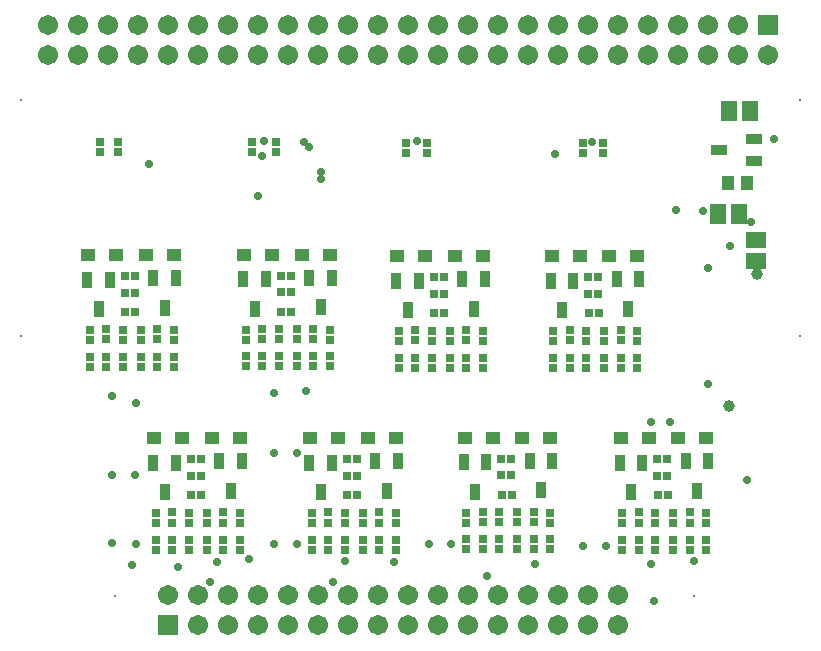
<source format=gts>
G04 Layer_Color=8388736*
%FSLAX25Y25*%
%MOIN*%
G70*
G01*
G75*
%ADD40R,0.05367X0.06587*%
%ADD41R,0.06587X0.05367*%
%ADD42R,0.02762X0.02959*%
%ADD43R,0.03556X0.05721*%
%ADD44R,0.04737X0.04068*%
%ADD45R,0.02959X0.02762*%
%ADD46R,0.05328X0.03359*%
%ADD47R,0.04461X0.04658*%
%ADD48R,0.06706X0.06706*%
%ADD49C,0.06706*%
%ADD50R,0.00800X0.00800*%
%ADD51C,0.02768*%
%ADD52C,0.03950*%
G54D40*
X183496Y137000D02*
D03*
X190504D02*
D03*
X186996Y171500D02*
D03*
X194004D02*
D03*
G54D41*
X196000Y121496D02*
D03*
Y128504D02*
D03*
G54D42*
X163154Y55327D02*
D03*
X166500D02*
D03*
X-10827Y104347D02*
D03*
X-14173D02*
D03*
X-11000Y110846D02*
D03*
X-14346D02*
D03*
Y116347D02*
D03*
X-11000D02*
D03*
X11173Y43327D02*
D03*
X7827D02*
D03*
X11000Y49827D02*
D03*
X7654D02*
D03*
Y55327D02*
D03*
X11000D02*
D03*
X41173Y104500D02*
D03*
X37827D02*
D03*
X41000Y111000D02*
D03*
X37653D02*
D03*
Y116500D02*
D03*
X41000D02*
D03*
X63173Y43327D02*
D03*
X59827D02*
D03*
X63000Y49827D02*
D03*
X59654D02*
D03*
Y55327D02*
D03*
X63000D02*
D03*
X92173Y104000D02*
D03*
X88827D02*
D03*
X92000Y110500D02*
D03*
X88653D02*
D03*
Y116000D02*
D03*
X92000D02*
D03*
X114673Y43500D02*
D03*
X111327D02*
D03*
X114500Y50000D02*
D03*
X111153D02*
D03*
Y55500D02*
D03*
X114500D02*
D03*
X143673Y104000D02*
D03*
X140327D02*
D03*
X143500Y110500D02*
D03*
X140154D02*
D03*
Y116000D02*
D03*
X143500D02*
D03*
X166673Y43327D02*
D03*
X163327D02*
D03*
X166500Y49827D02*
D03*
X163154D02*
D03*
G54D43*
X180240Y54748D02*
D03*
X172760D02*
D03*
X176500Y44905D02*
D03*
X158240Y54248D02*
D03*
X150760D02*
D03*
X154500Y44405D02*
D03*
X2740Y115768D02*
D03*
X-4740D02*
D03*
X-1000Y105925D02*
D03*
X-19260Y115268D02*
D03*
X-26740D02*
D03*
X-23000Y105425D02*
D03*
X24740Y54748D02*
D03*
X17260D02*
D03*
X21000Y44905D02*
D03*
X2740Y54248D02*
D03*
X-4740D02*
D03*
X-1000Y44405D02*
D03*
X54740Y115921D02*
D03*
X47260D02*
D03*
X51000Y106079D02*
D03*
X32740Y115421D02*
D03*
X25260D02*
D03*
X29000Y105579D02*
D03*
X76740Y54748D02*
D03*
X69260D02*
D03*
X73000Y44905D02*
D03*
X54740Y54248D02*
D03*
X47260D02*
D03*
X51000Y44405D02*
D03*
X105740Y115421D02*
D03*
X98260D02*
D03*
X102000Y105579D02*
D03*
X83740Y114921D02*
D03*
X76260D02*
D03*
X80000Y105079D02*
D03*
X128240Y54921D02*
D03*
X120760D02*
D03*
X124500Y45079D02*
D03*
X106240Y54421D02*
D03*
X98760D02*
D03*
X102500Y44579D02*
D03*
X157240Y115421D02*
D03*
X149760D02*
D03*
X153500Y105579D02*
D03*
X135240Y114921D02*
D03*
X127760D02*
D03*
X131500Y105079D02*
D03*
G54D44*
X179500Y62327D02*
D03*
X170209D02*
D03*
X151000D02*
D03*
X160291D02*
D03*
X2000Y123346D02*
D03*
X-7291D02*
D03*
X-26500D02*
D03*
X-17209D02*
D03*
X24000Y62327D02*
D03*
X14709D02*
D03*
X-4500D02*
D03*
X4791D02*
D03*
X54000Y123500D02*
D03*
X44709D02*
D03*
X25500D02*
D03*
X34791D02*
D03*
X76000Y62327D02*
D03*
X66709D02*
D03*
X47500D02*
D03*
X56791D02*
D03*
X105000Y123000D02*
D03*
X95709D02*
D03*
X76500D02*
D03*
X85791D02*
D03*
X127500Y62500D02*
D03*
X118209D02*
D03*
X99000D02*
D03*
X108291D02*
D03*
X156500Y123000D02*
D03*
X147209D02*
D03*
X128000D02*
D03*
X137291D02*
D03*
G54D45*
X-9000Y95173D02*
D03*
Y98520D02*
D03*
Y86173D02*
D03*
Y89520D02*
D03*
X-3500Y95327D02*
D03*
Y98673D02*
D03*
Y86173D02*
D03*
Y89520D02*
D03*
X2000Y95000D02*
D03*
Y98347D02*
D03*
X2000Y86173D02*
D03*
Y89520D02*
D03*
X-26000Y95000D02*
D03*
Y98347D02*
D03*
X-26000Y86173D02*
D03*
Y89520D02*
D03*
X-20500Y95327D02*
D03*
Y98673D02*
D03*
Y86173D02*
D03*
Y89520D02*
D03*
X-15000Y95173D02*
D03*
Y98520D02*
D03*
Y86173D02*
D03*
Y89520D02*
D03*
X13000Y34154D02*
D03*
Y37500D02*
D03*
Y25153D02*
D03*
Y28500D02*
D03*
X18500Y34307D02*
D03*
Y37653D02*
D03*
Y25153D02*
D03*
Y28500D02*
D03*
X24000Y33980D02*
D03*
Y37327D02*
D03*
X24000Y25153D02*
D03*
Y28500D02*
D03*
X-4000Y33980D02*
D03*
Y37327D02*
D03*
X-4000Y25153D02*
D03*
Y28500D02*
D03*
X1500Y34307D02*
D03*
Y37653D02*
D03*
Y25153D02*
D03*
Y28500D02*
D03*
X7000Y34154D02*
D03*
Y37500D02*
D03*
Y25153D02*
D03*
Y28500D02*
D03*
X43000Y95327D02*
D03*
Y98673D02*
D03*
Y86327D02*
D03*
Y89673D02*
D03*
X48500Y95480D02*
D03*
Y98827D02*
D03*
Y86327D02*
D03*
Y89673D02*
D03*
X54000Y95153D02*
D03*
Y98500D02*
D03*
X54000Y86327D02*
D03*
Y89673D02*
D03*
X26000Y95153D02*
D03*
Y98500D02*
D03*
X26000Y86327D02*
D03*
Y89673D02*
D03*
X31500Y95480D02*
D03*
Y98827D02*
D03*
Y86327D02*
D03*
Y89673D02*
D03*
X37000Y95327D02*
D03*
Y98673D02*
D03*
Y86327D02*
D03*
Y89673D02*
D03*
X65000Y34154D02*
D03*
Y37500D02*
D03*
Y25153D02*
D03*
Y28500D02*
D03*
X70500Y34307D02*
D03*
Y37653D02*
D03*
Y25153D02*
D03*
Y28500D02*
D03*
X76000Y33980D02*
D03*
Y37327D02*
D03*
X76000Y25153D02*
D03*
Y28500D02*
D03*
X48000Y33980D02*
D03*
Y37327D02*
D03*
X48000Y25153D02*
D03*
Y28500D02*
D03*
X53500Y34307D02*
D03*
Y37653D02*
D03*
Y25153D02*
D03*
Y28500D02*
D03*
X59000Y34154D02*
D03*
Y37500D02*
D03*
Y25153D02*
D03*
Y28500D02*
D03*
X94000Y94827D02*
D03*
Y98173D02*
D03*
Y85827D02*
D03*
Y89173D02*
D03*
X99500Y94980D02*
D03*
Y98327D02*
D03*
Y85827D02*
D03*
Y89173D02*
D03*
X105000Y94653D02*
D03*
Y98000D02*
D03*
X105000Y85827D02*
D03*
Y89173D02*
D03*
X77000Y94653D02*
D03*
Y98000D02*
D03*
X77000Y85827D02*
D03*
Y89173D02*
D03*
X82500Y94980D02*
D03*
Y98327D02*
D03*
Y85827D02*
D03*
Y89173D02*
D03*
X88000Y94827D02*
D03*
Y98173D02*
D03*
Y85827D02*
D03*
Y89173D02*
D03*
X116500Y34327D02*
D03*
Y37673D02*
D03*
Y25327D02*
D03*
Y28673D02*
D03*
X122000Y34480D02*
D03*
Y37827D02*
D03*
Y25327D02*
D03*
Y28673D02*
D03*
X127500Y34154D02*
D03*
Y37500D02*
D03*
X127500Y25327D02*
D03*
Y28673D02*
D03*
X99500Y34154D02*
D03*
Y37500D02*
D03*
X99500Y25327D02*
D03*
Y28673D02*
D03*
X105000Y34480D02*
D03*
Y37827D02*
D03*
Y25327D02*
D03*
Y28673D02*
D03*
X110500Y34327D02*
D03*
Y37673D02*
D03*
Y25327D02*
D03*
Y28673D02*
D03*
X145500Y94827D02*
D03*
Y98173D02*
D03*
Y85827D02*
D03*
Y89173D02*
D03*
X151000Y94980D02*
D03*
Y98327D02*
D03*
Y85827D02*
D03*
Y89173D02*
D03*
X156500Y94653D02*
D03*
Y98000D02*
D03*
X156500Y85827D02*
D03*
Y89173D02*
D03*
X128500Y94653D02*
D03*
Y98000D02*
D03*
X128500Y85827D02*
D03*
Y89173D02*
D03*
X134000Y94980D02*
D03*
Y98327D02*
D03*
Y85827D02*
D03*
Y89173D02*
D03*
X139500Y94827D02*
D03*
Y98173D02*
D03*
Y85827D02*
D03*
Y89173D02*
D03*
X168500Y34154D02*
D03*
Y37500D02*
D03*
Y25153D02*
D03*
Y28500D02*
D03*
X174000Y34307D02*
D03*
Y37653D02*
D03*
Y25153D02*
D03*
Y28500D02*
D03*
X179500Y33980D02*
D03*
Y37327D02*
D03*
X179500Y25153D02*
D03*
Y28500D02*
D03*
X151500Y33980D02*
D03*
Y37327D02*
D03*
X151500Y25153D02*
D03*
Y28500D02*
D03*
X157000Y34307D02*
D03*
Y37653D02*
D03*
Y25153D02*
D03*
Y28500D02*
D03*
X162500Y34154D02*
D03*
Y37500D02*
D03*
Y25153D02*
D03*
Y28500D02*
D03*
X-16500Y157827D02*
D03*
Y161173D02*
D03*
X-22500Y157827D02*
D03*
Y161173D02*
D03*
X36000Y157827D02*
D03*
Y161173D02*
D03*
X28000Y157827D02*
D03*
Y161173D02*
D03*
X86500Y157500D02*
D03*
Y160846D02*
D03*
X79500Y157500D02*
D03*
Y160846D02*
D03*
X145000Y157500D02*
D03*
Y160846D02*
D03*
X138500Y157500D02*
D03*
Y160846D02*
D03*
G54D46*
X183693Y158500D02*
D03*
X195307Y162240D02*
D03*
Y154760D02*
D03*
G54D47*
X193000Y147500D02*
D03*
X186937D02*
D03*
G54D48*
X200000Y200000D02*
D03*
X0Y0D02*
D03*
G54D49*
X200000Y190000D02*
D03*
X190000Y200000D02*
D03*
Y190000D02*
D03*
X180000Y200000D02*
D03*
Y190000D02*
D03*
X170000Y200000D02*
D03*
Y190000D02*
D03*
X160000Y200000D02*
D03*
Y190000D02*
D03*
X150000Y200000D02*
D03*
X140000Y190000D02*
D03*
X130000Y200000D02*
D03*
Y190000D02*
D03*
X120000Y200000D02*
D03*
Y190000D02*
D03*
X110000Y200000D02*
D03*
Y190000D02*
D03*
X100000Y200000D02*
D03*
Y190000D02*
D03*
X90000Y200000D02*
D03*
Y190000D02*
D03*
X80000Y200000D02*
D03*
Y190000D02*
D03*
X70000Y200000D02*
D03*
Y190000D02*
D03*
X60000Y200000D02*
D03*
Y190000D02*
D03*
X50000Y200000D02*
D03*
Y190000D02*
D03*
X40000Y200000D02*
D03*
Y190000D02*
D03*
X30000Y200000D02*
D03*
Y190000D02*
D03*
X20000Y200000D02*
D03*
Y190000D02*
D03*
X10000Y200000D02*
D03*
Y190000D02*
D03*
X0Y200000D02*
D03*
Y190000D02*
D03*
X-10000Y200000D02*
D03*
Y190000D02*
D03*
X-20000Y200000D02*
D03*
Y190000D02*
D03*
X-30000Y200000D02*
D03*
Y190000D02*
D03*
X-40000Y200000D02*
D03*
Y190000D02*
D03*
X140000Y200000D02*
D03*
X150000Y190000D02*
D03*
Y10000D02*
D03*
Y0D02*
D03*
X140000Y10000D02*
D03*
Y0D02*
D03*
X130000Y10000D02*
D03*
Y0D02*
D03*
X120000Y10000D02*
D03*
Y0D02*
D03*
X110000Y10000D02*
D03*
Y0D02*
D03*
X100000Y10000D02*
D03*
Y0D02*
D03*
X90000Y10000D02*
D03*
Y0D02*
D03*
X80000Y10000D02*
D03*
Y0D02*
D03*
X70000Y10000D02*
D03*
Y0D02*
D03*
X60000Y10000D02*
D03*
Y0D02*
D03*
X50000Y10000D02*
D03*
Y0D02*
D03*
X40000Y10000D02*
D03*
Y0D02*
D03*
X30000Y10000D02*
D03*
Y0D02*
D03*
X20000Y10000D02*
D03*
Y0D02*
D03*
X10000Y10000D02*
D03*
Y0D02*
D03*
X0Y10000D02*
D03*
G54D50*
X175433Y9921D02*
D03*
X-17480D02*
D03*
X210866Y96535D02*
D03*
X-48976D02*
D03*
Y175276D02*
D03*
X210866D02*
D03*
G54D51*
X180000Y119000D02*
D03*
Y80500D02*
D03*
X31500Y156500D02*
D03*
X55000Y14500D02*
D03*
X59000Y21500D02*
D03*
X75500Y21000D02*
D03*
X106500Y16500D02*
D03*
X122500Y20500D02*
D03*
X162000Y8000D02*
D03*
X175500Y21500D02*
D03*
X161000Y20500D02*
D03*
X146000Y26500D02*
D03*
X138500D02*
D03*
X94500Y27000D02*
D03*
X87000D02*
D03*
X43000D02*
D03*
Y57500D02*
D03*
X46000Y78000D02*
D03*
X35500Y77500D02*
D03*
Y57500D02*
D03*
Y27000D02*
D03*
X27000Y22000D02*
D03*
X16500Y21000D02*
D03*
X14000Y14500D02*
D03*
X3500Y19500D02*
D03*
X-10500Y27000D02*
D03*
X-11000Y50000D02*
D03*
X-10500Y74000D02*
D03*
X-12000Y20000D02*
D03*
X-18500Y27500D02*
D03*
Y50000D02*
D03*
Y76500D02*
D03*
X-6177Y153823D02*
D03*
X30000Y143000D02*
D03*
X194500Y134500D02*
D03*
X202000Y162000D02*
D03*
X129000Y157000D02*
D03*
X161000Y67827D02*
D03*
X167500D02*
D03*
X193000Y48500D02*
D03*
X178500Y138000D02*
D03*
X169500Y138500D02*
D03*
X187500Y126500D02*
D03*
X141500Y161000D02*
D03*
X83000Y161500D02*
D03*
X51000Y151225D02*
D03*
Y148657D02*
D03*
X47153Y159347D02*
D03*
X45337Y161163D02*
D03*
X32000Y161500D02*
D03*
G54D52*
X187000Y73000D02*
D03*
X196500Y117000D02*
D03*
M02*

</source>
